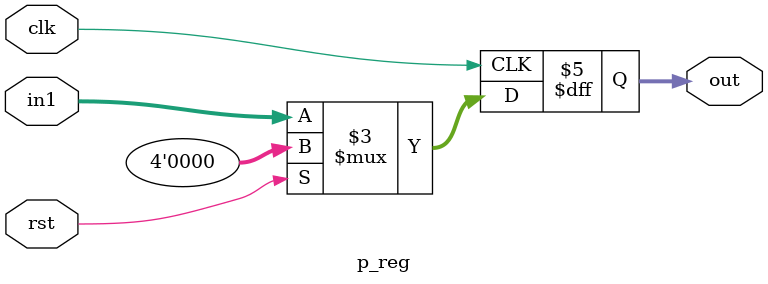
<source format=v>


module p_reg #(parameter WL = 4)
            (input clk,rst,
            input [WL - 1:0] in1,
            output reg [WL - 1:0] out);
    
    always @(posedge clk) begin
        if(rst) out = 0;
        else out <= in1;
    end
endmodule

</source>
